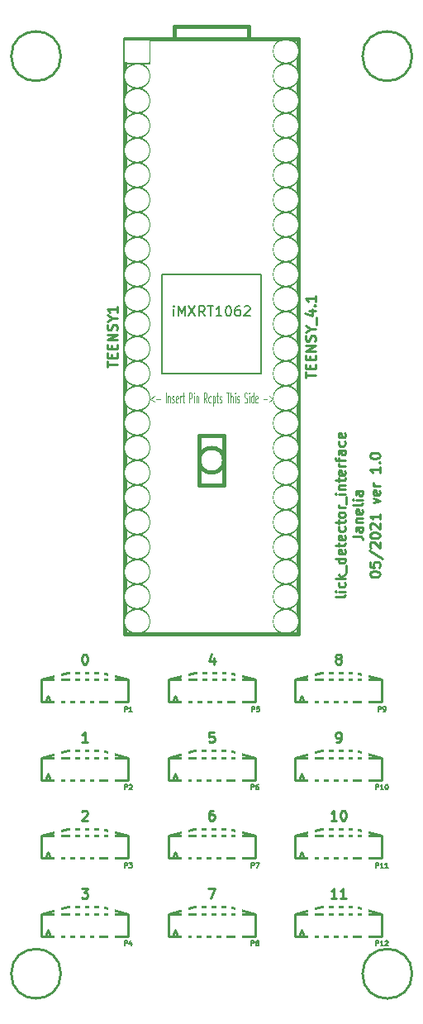
<source format=gto>
%TF.GenerationSoftware,KiCad,Pcbnew,5.1.10-88a1d61d58~88~ubuntu20.10.1*%
%TF.CreationDate,2021-05-14T12:57:49-04:00*%
%TF.ProjectId,lick_detector_interface,6c69636b-5f64-4657-9465-63746f725f69,1.0*%
%TF.SameCoordinates,Original*%
%TF.FileFunction,Legend,Top*%
%TF.FilePolarity,Positive*%
%FSLAX46Y46*%
G04 Gerber Fmt 4.6, Leading zero omitted, Abs format (unit mm)*
G04 Created by KiCad (PCBNEW 5.1.10-88a1d61d58~88~ubuntu20.10.1) date 2021-05-14 12:57:49*
%MOMM*%
%LPD*%
G01*
G04 APERTURE LIST*
%ADD10C,0.254000*%
%ADD11C,0.177800*%
%ADD12C,0.381000*%
%ADD13C,0.250000*%
%ADD14C,0.228600*%
%ADD15C,0.120650*%
%ADD16C,0.127000*%
%ADD17O,2.540000X2.184400*%
%ADD18R,2.540000X2.184400*%
%ADD19R,0.800000X1.500000*%
%ADD20R,0.600000X1.500000*%
%ADD21C,1.000000*%
%ADD22C,3.556000*%
G04 APERTURE END LIST*
D10*
X173681619Y-87224761D02*
X173633238Y-87321523D01*
X173536476Y-87369904D01*
X172665619Y-87369904D01*
X173681619Y-86837714D02*
X173004285Y-86837714D01*
X172665619Y-86837714D02*
X172714000Y-86886095D01*
X172762380Y-86837714D01*
X172714000Y-86789333D01*
X172665619Y-86837714D01*
X172762380Y-86837714D01*
X173633238Y-85918476D02*
X173681619Y-86015238D01*
X173681619Y-86208761D01*
X173633238Y-86305523D01*
X173584857Y-86353904D01*
X173488095Y-86402285D01*
X173197809Y-86402285D01*
X173101047Y-86353904D01*
X173052666Y-86305523D01*
X173004285Y-86208761D01*
X173004285Y-86015238D01*
X173052666Y-85918476D01*
X173681619Y-85483047D02*
X172665619Y-85483047D01*
X173294571Y-85386285D02*
X173681619Y-85096000D01*
X173004285Y-85096000D02*
X173391333Y-85483047D01*
X173778380Y-84902476D02*
X173778380Y-84128380D01*
X173681619Y-83451047D02*
X172665619Y-83451047D01*
X173633238Y-83451047D02*
X173681619Y-83547809D01*
X173681619Y-83741333D01*
X173633238Y-83838095D01*
X173584857Y-83886476D01*
X173488095Y-83934857D01*
X173197809Y-83934857D01*
X173101047Y-83886476D01*
X173052666Y-83838095D01*
X173004285Y-83741333D01*
X173004285Y-83547809D01*
X173052666Y-83451047D01*
X173633238Y-82580190D02*
X173681619Y-82676952D01*
X173681619Y-82870476D01*
X173633238Y-82967238D01*
X173536476Y-83015619D01*
X173149428Y-83015619D01*
X173052666Y-82967238D01*
X173004285Y-82870476D01*
X173004285Y-82676952D01*
X173052666Y-82580190D01*
X173149428Y-82531809D01*
X173246190Y-82531809D01*
X173342952Y-83015619D01*
X173004285Y-82241523D02*
X173004285Y-81854476D01*
X172665619Y-82096380D02*
X173536476Y-82096380D01*
X173633238Y-82048000D01*
X173681619Y-81951238D01*
X173681619Y-81854476D01*
X173633238Y-81128761D02*
X173681619Y-81225523D01*
X173681619Y-81419047D01*
X173633238Y-81515809D01*
X173536476Y-81564190D01*
X173149428Y-81564190D01*
X173052666Y-81515809D01*
X173004285Y-81419047D01*
X173004285Y-81225523D01*
X173052666Y-81128761D01*
X173149428Y-81080380D01*
X173246190Y-81080380D01*
X173342952Y-81564190D01*
X173633238Y-80209523D02*
X173681619Y-80306285D01*
X173681619Y-80499809D01*
X173633238Y-80596571D01*
X173584857Y-80644952D01*
X173488095Y-80693333D01*
X173197809Y-80693333D01*
X173101047Y-80644952D01*
X173052666Y-80596571D01*
X173004285Y-80499809D01*
X173004285Y-80306285D01*
X173052666Y-80209523D01*
X173004285Y-79919238D02*
X173004285Y-79532190D01*
X172665619Y-79774095D02*
X173536476Y-79774095D01*
X173633238Y-79725714D01*
X173681619Y-79628952D01*
X173681619Y-79532190D01*
X173681619Y-79048380D02*
X173633238Y-79145142D01*
X173584857Y-79193523D01*
X173488095Y-79241904D01*
X173197809Y-79241904D01*
X173101047Y-79193523D01*
X173052666Y-79145142D01*
X173004285Y-79048380D01*
X173004285Y-78903238D01*
X173052666Y-78806476D01*
X173101047Y-78758095D01*
X173197809Y-78709714D01*
X173488095Y-78709714D01*
X173584857Y-78758095D01*
X173633238Y-78806476D01*
X173681619Y-78903238D01*
X173681619Y-79048380D01*
X173681619Y-78274285D02*
X173004285Y-78274285D01*
X173197809Y-78274285D02*
X173101047Y-78225904D01*
X173052666Y-78177523D01*
X173004285Y-78080761D01*
X173004285Y-77984000D01*
X173778380Y-77887238D02*
X173778380Y-77113142D01*
X173681619Y-76871238D02*
X173004285Y-76871238D01*
X172665619Y-76871238D02*
X172714000Y-76919619D01*
X172762380Y-76871238D01*
X172714000Y-76822857D01*
X172665619Y-76871238D01*
X172762380Y-76871238D01*
X173004285Y-76387428D02*
X173681619Y-76387428D01*
X173101047Y-76387428D02*
X173052666Y-76339047D01*
X173004285Y-76242285D01*
X173004285Y-76097142D01*
X173052666Y-76000380D01*
X173149428Y-75952000D01*
X173681619Y-75952000D01*
X173004285Y-75613333D02*
X173004285Y-75226285D01*
X172665619Y-75468190D02*
X173536476Y-75468190D01*
X173633238Y-75419809D01*
X173681619Y-75323047D01*
X173681619Y-75226285D01*
X173633238Y-74500571D02*
X173681619Y-74597333D01*
X173681619Y-74790857D01*
X173633238Y-74887619D01*
X173536476Y-74936000D01*
X173149428Y-74936000D01*
X173052666Y-74887619D01*
X173004285Y-74790857D01*
X173004285Y-74597333D01*
X173052666Y-74500571D01*
X173149428Y-74452190D01*
X173246190Y-74452190D01*
X173342952Y-74936000D01*
X173681619Y-74016761D02*
X173004285Y-74016761D01*
X173197809Y-74016761D02*
X173101047Y-73968380D01*
X173052666Y-73920000D01*
X173004285Y-73823238D01*
X173004285Y-73726476D01*
X173004285Y-73532952D02*
X173004285Y-73145904D01*
X173681619Y-73387809D02*
X172810761Y-73387809D01*
X172714000Y-73339428D01*
X172665619Y-73242666D01*
X172665619Y-73145904D01*
X173681619Y-72371809D02*
X173149428Y-72371809D01*
X173052666Y-72420190D01*
X173004285Y-72516952D01*
X173004285Y-72710476D01*
X173052666Y-72807238D01*
X173633238Y-72371809D02*
X173681619Y-72468571D01*
X173681619Y-72710476D01*
X173633238Y-72807238D01*
X173536476Y-72855619D01*
X173439714Y-72855619D01*
X173342952Y-72807238D01*
X173294571Y-72710476D01*
X173294571Y-72468571D01*
X173246190Y-72371809D01*
X173633238Y-71452571D02*
X173681619Y-71549333D01*
X173681619Y-71742857D01*
X173633238Y-71839619D01*
X173584857Y-71888000D01*
X173488095Y-71936380D01*
X173197809Y-71936380D01*
X173101047Y-71888000D01*
X173052666Y-71839619D01*
X173004285Y-71742857D01*
X173004285Y-71549333D01*
X173052666Y-71452571D01*
X173633238Y-70630095D02*
X173681619Y-70726857D01*
X173681619Y-70920380D01*
X173633238Y-71017142D01*
X173536476Y-71065523D01*
X173149428Y-71065523D01*
X173052666Y-71017142D01*
X173004285Y-70920380D01*
X173004285Y-70726857D01*
X173052666Y-70630095D01*
X173149428Y-70581714D01*
X173246190Y-70581714D01*
X173342952Y-71065523D01*
X174443619Y-81177142D02*
X175169333Y-81177142D01*
X175314476Y-81225523D01*
X175411238Y-81322285D01*
X175459619Y-81467428D01*
X175459619Y-81564190D01*
X175459619Y-80257904D02*
X174927428Y-80257904D01*
X174830666Y-80306285D01*
X174782285Y-80403047D01*
X174782285Y-80596571D01*
X174830666Y-80693333D01*
X175411238Y-80257904D02*
X175459619Y-80354666D01*
X175459619Y-80596571D01*
X175411238Y-80693333D01*
X175314476Y-80741714D01*
X175217714Y-80741714D01*
X175120952Y-80693333D01*
X175072571Y-80596571D01*
X175072571Y-80354666D01*
X175024190Y-80257904D01*
X174782285Y-79774095D02*
X175459619Y-79774095D01*
X174879047Y-79774095D02*
X174830666Y-79725714D01*
X174782285Y-79628952D01*
X174782285Y-79483809D01*
X174830666Y-79387047D01*
X174927428Y-79338666D01*
X175459619Y-79338666D01*
X175411238Y-78467809D02*
X175459619Y-78564571D01*
X175459619Y-78758095D01*
X175411238Y-78854857D01*
X175314476Y-78903238D01*
X174927428Y-78903238D01*
X174830666Y-78854857D01*
X174782285Y-78758095D01*
X174782285Y-78564571D01*
X174830666Y-78467809D01*
X174927428Y-78419428D01*
X175024190Y-78419428D01*
X175120952Y-78903238D01*
X175459619Y-77838857D02*
X175411238Y-77935619D01*
X175314476Y-77984000D01*
X174443619Y-77984000D01*
X175459619Y-77451809D02*
X174782285Y-77451809D01*
X174443619Y-77451809D02*
X174492000Y-77500190D01*
X174540380Y-77451809D01*
X174492000Y-77403428D01*
X174443619Y-77451809D01*
X174540380Y-77451809D01*
X175459619Y-76532571D02*
X174927428Y-76532571D01*
X174830666Y-76580952D01*
X174782285Y-76677714D01*
X174782285Y-76871238D01*
X174830666Y-76968000D01*
X175411238Y-76532571D02*
X175459619Y-76629333D01*
X175459619Y-76871238D01*
X175411238Y-76968000D01*
X175314476Y-77016380D01*
X175217714Y-77016380D01*
X175120952Y-76968000D01*
X175072571Y-76871238D01*
X175072571Y-76629333D01*
X175024190Y-76532571D01*
X176221619Y-85120190D02*
X176221619Y-85023428D01*
X176270000Y-84926666D01*
X176318380Y-84878285D01*
X176415142Y-84829904D01*
X176608666Y-84781523D01*
X176850571Y-84781523D01*
X177044095Y-84829904D01*
X177140857Y-84878285D01*
X177189238Y-84926666D01*
X177237619Y-85023428D01*
X177237619Y-85120190D01*
X177189238Y-85216952D01*
X177140857Y-85265333D01*
X177044095Y-85313714D01*
X176850571Y-85362095D01*
X176608666Y-85362095D01*
X176415142Y-85313714D01*
X176318380Y-85265333D01*
X176270000Y-85216952D01*
X176221619Y-85120190D01*
X176221619Y-83862285D02*
X176221619Y-84346095D01*
X176705428Y-84394476D01*
X176657047Y-84346095D01*
X176608666Y-84249333D01*
X176608666Y-84007428D01*
X176657047Y-83910666D01*
X176705428Y-83862285D01*
X176802190Y-83813904D01*
X177044095Y-83813904D01*
X177140857Y-83862285D01*
X177189238Y-83910666D01*
X177237619Y-84007428D01*
X177237619Y-84249333D01*
X177189238Y-84346095D01*
X177140857Y-84394476D01*
X176173238Y-82652761D02*
X177479523Y-83523619D01*
X176318380Y-82362476D02*
X176270000Y-82314095D01*
X176221619Y-82217333D01*
X176221619Y-81975428D01*
X176270000Y-81878666D01*
X176318380Y-81830285D01*
X176415142Y-81781904D01*
X176511904Y-81781904D01*
X176657047Y-81830285D01*
X177237619Y-82410857D01*
X177237619Y-81781904D01*
X176221619Y-81152952D02*
X176221619Y-81056190D01*
X176270000Y-80959428D01*
X176318380Y-80911047D01*
X176415142Y-80862666D01*
X176608666Y-80814285D01*
X176850571Y-80814285D01*
X177044095Y-80862666D01*
X177140857Y-80911047D01*
X177189238Y-80959428D01*
X177237619Y-81056190D01*
X177237619Y-81152952D01*
X177189238Y-81249714D01*
X177140857Y-81298095D01*
X177044095Y-81346476D01*
X176850571Y-81394857D01*
X176608666Y-81394857D01*
X176415142Y-81346476D01*
X176318380Y-81298095D01*
X176270000Y-81249714D01*
X176221619Y-81152952D01*
X176318380Y-80427238D02*
X176270000Y-80378857D01*
X176221619Y-80282095D01*
X176221619Y-80040190D01*
X176270000Y-79943428D01*
X176318380Y-79895047D01*
X176415142Y-79846666D01*
X176511904Y-79846666D01*
X176657047Y-79895047D01*
X177237619Y-80475619D01*
X177237619Y-79846666D01*
X177237619Y-78879047D02*
X177237619Y-79459619D01*
X177237619Y-79169333D02*
X176221619Y-79169333D01*
X176366761Y-79266095D01*
X176463523Y-79362857D01*
X176511904Y-79459619D01*
X176560285Y-77766285D02*
X177237619Y-77524380D01*
X176560285Y-77282476D01*
X177189238Y-76508380D02*
X177237619Y-76605142D01*
X177237619Y-76798666D01*
X177189238Y-76895428D01*
X177092476Y-76943809D01*
X176705428Y-76943809D01*
X176608666Y-76895428D01*
X176560285Y-76798666D01*
X176560285Y-76605142D01*
X176608666Y-76508380D01*
X176705428Y-76460000D01*
X176802190Y-76460000D01*
X176898952Y-76943809D01*
X177237619Y-76024571D02*
X176560285Y-76024571D01*
X176753809Y-76024571D02*
X176657047Y-75976190D01*
X176608666Y-75927809D01*
X176560285Y-75831047D01*
X176560285Y-75734285D01*
X177237619Y-74089333D02*
X177237619Y-74669904D01*
X177237619Y-74379619D02*
X176221619Y-74379619D01*
X176366761Y-74476380D01*
X176463523Y-74573142D01*
X176511904Y-74669904D01*
X177140857Y-73653904D02*
X177189238Y-73605523D01*
X177237619Y-73653904D01*
X177189238Y-73702285D01*
X177140857Y-73653904D01*
X177237619Y-73653904D01*
X176221619Y-72976571D02*
X176221619Y-72879809D01*
X176270000Y-72783047D01*
X176318380Y-72734666D01*
X176415142Y-72686285D01*
X176608666Y-72637904D01*
X176850571Y-72637904D01*
X177044095Y-72686285D01*
X177140857Y-72734666D01*
X177189238Y-72783047D01*
X177237619Y-72879809D01*
X177237619Y-72976571D01*
X177189238Y-73073333D01*
X177140857Y-73121714D01*
X177044095Y-73170095D01*
X176850571Y-73218476D01*
X176608666Y-73218476D01*
X176415142Y-73170095D01*
X176318380Y-73121714D01*
X176270000Y-73073333D01*
X176221619Y-72976571D01*
D11*
%TO.C,TEENSY1*%
X168890000Y-67050000D02*
G75*
G03*
X168890000Y-67050000I-1270000J0D01*
G01*
X168890000Y-72130000D02*
G75*
G03*
X168890000Y-72130000I-1270000J0D01*
G01*
X168890000Y-82290000D02*
G75*
G03*
X168890000Y-82290000I-1270000J0D01*
G01*
X168890000Y-84830000D02*
G75*
G03*
X168890000Y-84830000I-1270000J0D01*
G01*
X168890000Y-74670000D02*
G75*
G03*
X168890000Y-74670000I-1270000J0D01*
G01*
X168890000Y-69590000D02*
G75*
G03*
X168890000Y-69590000I-1270000J0D01*
G01*
X168890000Y-89910000D02*
G75*
G03*
X168890000Y-89910000I-1270000J0D01*
G01*
X168890000Y-77210000D02*
G75*
G03*
X168890000Y-77210000I-1270000J0D01*
G01*
X168890000Y-79750000D02*
G75*
G03*
X168890000Y-79750000I-1270000J0D01*
G01*
X168890000Y-87370000D02*
G75*
G03*
X168890000Y-87370000I-1270000J0D01*
G01*
X153650000Y-82290000D02*
G75*
G03*
X153650000Y-82290000I-1270000J0D01*
G01*
X153650000Y-79750000D02*
G75*
G03*
X153650000Y-79750000I-1270000J0D01*
G01*
X153650000Y-77210000D02*
G75*
G03*
X153650000Y-77210000I-1270000J0D01*
G01*
X153650000Y-89910000D02*
G75*
G03*
X153650000Y-89910000I-1270000J0D01*
G01*
X153650000Y-87370000D02*
G75*
G03*
X153650000Y-87370000I-1270000J0D01*
G01*
X153650000Y-84830000D02*
G75*
G03*
X153650000Y-84830000I-1270000J0D01*
G01*
X153650000Y-74670000D02*
G75*
G03*
X153650000Y-74670000I-1270000J0D01*
G01*
X153650000Y-72130000D02*
G75*
G03*
X153650000Y-72130000I-1270000J0D01*
G01*
X153650000Y-67050000D02*
G75*
G03*
X153650000Y-67050000I-1270000J0D01*
G01*
X153650000Y-69590000D02*
G75*
G03*
X153650000Y-69590000I-1270000J0D01*
G01*
X165080000Y-54350000D02*
X154920000Y-54350000D01*
X165080000Y-64510000D02*
X165080000Y-54350000D01*
X154920000Y-64510000D02*
X165080000Y-64510000D01*
X154920000Y-54350000D02*
X154920000Y-64510000D01*
X153650000Y-32760000D02*
X153650000Y-30220000D01*
X151110000Y-32760000D02*
X153650000Y-32760000D01*
X168890000Y-64510000D02*
G75*
G03*
X168890000Y-64510000I-1270000J0D01*
G01*
X168890000Y-61970000D02*
G75*
G03*
X168890000Y-61970000I-1270000J0D01*
G01*
X168890000Y-59430000D02*
G75*
G03*
X168890000Y-59430000I-1270000J0D01*
G01*
X168890000Y-56890000D02*
G75*
G03*
X168890000Y-56890000I-1270000J0D01*
G01*
X168890000Y-54350000D02*
G75*
G03*
X168890000Y-54350000I-1270000J0D01*
G01*
X168890000Y-51810000D02*
G75*
G03*
X168890000Y-51810000I-1270000J0D01*
G01*
X168890000Y-49270000D02*
G75*
G03*
X168890000Y-49270000I-1270000J0D01*
G01*
X168890000Y-46730000D02*
G75*
G03*
X168890000Y-46730000I-1270000J0D01*
G01*
X168890000Y-44190000D02*
G75*
G03*
X168890000Y-44190000I-1270000J0D01*
G01*
X168890000Y-41650000D02*
G75*
G03*
X168890000Y-41650000I-1270000J0D01*
G01*
X168890000Y-39110000D02*
G75*
G03*
X168890000Y-39110000I-1270000J0D01*
G01*
X168890000Y-36570000D02*
G75*
G03*
X168890000Y-36570000I-1270000J0D01*
G01*
X168890000Y-34030000D02*
G75*
G03*
X168890000Y-34030000I-1270000J0D01*
G01*
X168890000Y-31490000D02*
G75*
G03*
X168890000Y-31490000I-1270000J0D01*
G01*
X153650000Y-64510000D02*
G75*
G03*
X153650000Y-64510000I-1270000J0D01*
G01*
X153650000Y-61970000D02*
G75*
G03*
X153650000Y-61970000I-1270000J0D01*
G01*
X153650000Y-59430000D02*
G75*
G03*
X153650000Y-59430000I-1270000J0D01*
G01*
X153650000Y-56890000D02*
G75*
G03*
X153650000Y-56890000I-1270000J0D01*
G01*
X153650000Y-54350000D02*
G75*
G03*
X153650000Y-54350000I-1270000J0D01*
G01*
X153650000Y-51810000D02*
G75*
G03*
X153650000Y-51810000I-1270000J0D01*
G01*
X153650000Y-49270000D02*
G75*
G03*
X153650000Y-49270000I-1270000J0D01*
G01*
X153650000Y-46730000D02*
G75*
G03*
X153650000Y-46730000I-1270000J0D01*
G01*
X153650000Y-44190000D02*
G75*
G03*
X153650000Y-44190000I-1270000J0D01*
G01*
X153650000Y-41650000D02*
G75*
G03*
X153650000Y-41650000I-1270000J0D01*
G01*
X153650000Y-39110000D02*
G75*
G03*
X153650000Y-39110000I-1270000J0D01*
G01*
X153650000Y-36570000D02*
G75*
G03*
X153650000Y-36570000I-1270000J0D01*
G01*
X153650000Y-34030000D02*
G75*
G03*
X153650000Y-34030000I-1270000J0D01*
G01*
D12*
X161270000Y-73400000D02*
G75*
G03*
X161270000Y-73400000I-1270000J0D01*
G01*
X161270000Y-75940000D02*
X161270000Y-70860000D01*
X161270000Y-70860000D02*
X158730000Y-70860000D01*
X158730000Y-70860000D02*
X158730000Y-75940000D01*
X158730000Y-75940000D02*
X161270000Y-75940000D01*
X156190000Y-30220000D02*
X156190000Y-28950000D01*
X156190000Y-28950000D02*
X163810000Y-28950000D01*
X163810000Y-28950000D02*
X163810000Y-30220000D01*
X151110000Y-30220000D02*
X151110000Y-91180000D01*
X151110000Y-91180000D02*
X168890000Y-91180000D01*
X168890000Y-91180000D02*
X168890000Y-30220000D01*
X168890000Y-30220000D02*
X151110000Y-30220000D01*
D13*
%TO.C,P1*%
X143250000Y-97500000D02*
X143500000Y-98150000D01*
X143250000Y-97500000D02*
X143000000Y-98150000D01*
X148750000Y-95150000D02*
X151450000Y-95850000D01*
X142550000Y-95850000D02*
X145250000Y-95150000D01*
X145250000Y-95150000D02*
X148750000Y-95150000D01*
X142550000Y-95850000D02*
X142550000Y-98150000D01*
X151450000Y-95850000D02*
X151450000Y-98150000D01*
X142550000Y-98150000D02*
X151450000Y-98150000D01*
X142550000Y-95850000D02*
X151450000Y-95850000D01*
%TO.C,P2*%
X143250000Y-105500000D02*
X143500000Y-106150000D01*
X143250000Y-105500000D02*
X143000000Y-106150000D01*
X148750000Y-103150000D02*
X151450000Y-103850000D01*
X142550000Y-103850000D02*
X145250000Y-103150000D01*
X145250000Y-103150000D02*
X148750000Y-103150000D01*
X142550000Y-103850000D02*
X142550000Y-106150000D01*
X151450000Y-103850000D02*
X151450000Y-106150000D01*
X142550000Y-106150000D02*
X151450000Y-106150000D01*
X142550000Y-103850000D02*
X151450000Y-103850000D01*
%TO.C,P3*%
X143250000Y-113500000D02*
X143500000Y-114150000D01*
X143250000Y-113500000D02*
X143000000Y-114150000D01*
X148750000Y-111150000D02*
X151450000Y-111850000D01*
X142550000Y-111850000D02*
X145250000Y-111150000D01*
X145250000Y-111150000D02*
X148750000Y-111150000D01*
X142550000Y-111850000D02*
X142550000Y-114150000D01*
X151450000Y-111850000D02*
X151450000Y-114150000D01*
X142550000Y-114150000D02*
X151450000Y-114150000D01*
X142550000Y-111850000D02*
X151450000Y-111850000D01*
%TO.C,P4*%
X143250000Y-121500000D02*
X143500000Y-122150000D01*
X143250000Y-121500000D02*
X143000000Y-122150000D01*
X148750000Y-119150000D02*
X151450000Y-119850000D01*
X142550000Y-119850000D02*
X145250000Y-119150000D01*
X145250000Y-119150000D02*
X148750000Y-119150000D01*
X142550000Y-119850000D02*
X142550000Y-122150000D01*
X151450000Y-119850000D02*
X151450000Y-122150000D01*
X142550000Y-122150000D02*
X151450000Y-122150000D01*
X142550000Y-119850000D02*
X151450000Y-119850000D01*
%TO.C,P5*%
X156300000Y-97500000D02*
X156550000Y-98150000D01*
X156300000Y-97500000D02*
X156050000Y-98150000D01*
X161800000Y-95150000D02*
X164500000Y-95850000D01*
X155600000Y-95850000D02*
X158300000Y-95150000D01*
X158300000Y-95150000D02*
X161800000Y-95150000D01*
X155600000Y-95850000D02*
X155600000Y-98150000D01*
X164500000Y-95850000D02*
X164500000Y-98150000D01*
X155600000Y-98150000D02*
X164500000Y-98150000D01*
X155600000Y-95850000D02*
X164500000Y-95850000D01*
%TO.C,P6*%
X156250000Y-105500000D02*
X156500000Y-106150000D01*
X156250000Y-105500000D02*
X156000000Y-106150000D01*
X161750000Y-103150000D02*
X164450000Y-103850000D01*
X155550000Y-103850000D02*
X158250000Y-103150000D01*
X158250000Y-103150000D02*
X161750000Y-103150000D01*
X155550000Y-103850000D02*
X155550000Y-106150000D01*
X164450000Y-103850000D02*
X164450000Y-106150000D01*
X155550000Y-106150000D02*
X164450000Y-106150000D01*
X155550000Y-103850000D02*
X164450000Y-103850000D01*
%TO.C,P7*%
X156250000Y-113500000D02*
X156500000Y-114150000D01*
X156250000Y-113500000D02*
X156000000Y-114150000D01*
X161750000Y-111150000D02*
X164450000Y-111850000D01*
X155550000Y-111850000D02*
X158250000Y-111150000D01*
X158250000Y-111150000D02*
X161750000Y-111150000D01*
X155550000Y-111850000D02*
X155550000Y-114150000D01*
X164450000Y-111850000D02*
X164450000Y-114150000D01*
X155550000Y-114150000D02*
X164450000Y-114150000D01*
X155550000Y-111850000D02*
X164450000Y-111850000D01*
%TO.C,P8*%
X156250000Y-121500000D02*
X156500000Y-122150000D01*
X156250000Y-121500000D02*
X156000000Y-122150000D01*
X161750000Y-119150000D02*
X164450000Y-119850000D01*
X155550000Y-119850000D02*
X158250000Y-119150000D01*
X158250000Y-119150000D02*
X161750000Y-119150000D01*
X155550000Y-119850000D02*
X155550000Y-122150000D01*
X164450000Y-119850000D02*
X164450000Y-122150000D01*
X155550000Y-122150000D02*
X164450000Y-122150000D01*
X155550000Y-119850000D02*
X164450000Y-119850000D01*
%TO.C,P9*%
X169250000Y-97500000D02*
X169500000Y-98150000D01*
X169250000Y-97500000D02*
X169000000Y-98150000D01*
X174750000Y-95150000D02*
X177450000Y-95850000D01*
X168550000Y-95850000D02*
X171250000Y-95150000D01*
X171250000Y-95150000D02*
X174750000Y-95150000D01*
X168550000Y-95850000D02*
X168550000Y-98150000D01*
X177450000Y-95850000D02*
X177450000Y-98150000D01*
X168550000Y-98150000D02*
X177450000Y-98150000D01*
X168550000Y-95850000D02*
X177450000Y-95850000D01*
%TO.C,P10*%
X169250000Y-105500000D02*
X169500000Y-106150000D01*
X169250000Y-105500000D02*
X169000000Y-106150000D01*
X174750000Y-103150000D02*
X177450000Y-103850000D01*
X168550000Y-103850000D02*
X171250000Y-103150000D01*
X171250000Y-103150000D02*
X174750000Y-103150000D01*
X168550000Y-103850000D02*
X168550000Y-106150000D01*
X177450000Y-103850000D02*
X177450000Y-106150000D01*
X168550000Y-106150000D02*
X177450000Y-106150000D01*
X168550000Y-103850000D02*
X177450000Y-103850000D01*
%TO.C,P11*%
X169250000Y-113500000D02*
X169500000Y-114150000D01*
X169250000Y-113500000D02*
X169000000Y-114150000D01*
X174750000Y-111150000D02*
X177450000Y-111850000D01*
X168550000Y-111850000D02*
X171250000Y-111150000D01*
X171250000Y-111150000D02*
X174750000Y-111150000D01*
X168550000Y-111850000D02*
X168550000Y-114150000D01*
X177450000Y-111850000D02*
X177450000Y-114150000D01*
X168550000Y-114150000D02*
X177450000Y-114150000D01*
X168550000Y-111850000D02*
X177450000Y-111850000D01*
%TO.C,P12*%
X169250000Y-121500000D02*
X169500000Y-122150000D01*
X169250000Y-121500000D02*
X169000000Y-122150000D01*
X174750000Y-119150000D02*
X177450000Y-119850000D01*
X168550000Y-119850000D02*
X171250000Y-119150000D01*
X171250000Y-119150000D02*
X174750000Y-119150000D01*
X168550000Y-119850000D02*
X168550000Y-122150000D01*
X177450000Y-119850000D02*
X177450000Y-122150000D01*
X168550000Y-122150000D02*
X177450000Y-122150000D01*
X168550000Y-119850000D02*
X177450000Y-119850000D01*
D14*
%TO.C,MH1*%
X144540000Y-32000000D02*
G75*
G03*
X144540000Y-32000000I-2540000J0D01*
G01*
%TO.C,MH2*%
X180540000Y-32000000D02*
G75*
G03*
X180540000Y-32000000I-2540000J0D01*
G01*
%TO.C,MH3*%
X180540000Y-126000000D02*
G75*
G03*
X180540000Y-126000000I-2540000J0D01*
G01*
%TO.C,MH4*%
X144540000Y-126000000D02*
G75*
G03*
X144540000Y-126000000I-2540000J0D01*
G01*
%TO.C,TEENSY1*%
D10*
X149283619Y-63844761D02*
X149283619Y-63264190D01*
X150299619Y-63554476D02*
X149283619Y-63554476D01*
X149767428Y-62925523D02*
X149767428Y-62586857D01*
X150299619Y-62441714D02*
X150299619Y-62925523D01*
X149283619Y-62925523D01*
X149283619Y-62441714D01*
X149767428Y-62006285D02*
X149767428Y-61667619D01*
X150299619Y-61522476D02*
X150299619Y-62006285D01*
X149283619Y-62006285D01*
X149283619Y-61522476D01*
X150299619Y-61087047D02*
X149283619Y-61087047D01*
X150299619Y-60506476D01*
X149283619Y-60506476D01*
X150251238Y-60071047D02*
X150299619Y-59925904D01*
X150299619Y-59684000D01*
X150251238Y-59587238D01*
X150202857Y-59538857D01*
X150106095Y-59490476D01*
X150009333Y-59490476D01*
X149912571Y-59538857D01*
X149864190Y-59587238D01*
X149815809Y-59684000D01*
X149767428Y-59877523D01*
X149719047Y-59974285D01*
X149670666Y-60022666D01*
X149573904Y-60071047D01*
X149477142Y-60071047D01*
X149380380Y-60022666D01*
X149332000Y-59974285D01*
X149283619Y-59877523D01*
X149283619Y-59635619D01*
X149332000Y-59490476D01*
X149815809Y-58861523D02*
X150299619Y-58861523D01*
X149283619Y-59200190D02*
X149815809Y-58861523D01*
X149283619Y-58522857D01*
X150299619Y-57652000D02*
X150299619Y-58232571D01*
X150299619Y-57942285D02*
X149283619Y-57942285D01*
X149428761Y-58039047D01*
X149525523Y-58135809D01*
X149573904Y-58232571D01*
X169603619Y-64957523D02*
X169603619Y-64376952D01*
X170619619Y-64667238D02*
X169603619Y-64667238D01*
X170087428Y-64038285D02*
X170087428Y-63699619D01*
X170619619Y-63554476D02*
X170619619Y-64038285D01*
X169603619Y-64038285D01*
X169603619Y-63554476D01*
X170087428Y-63119047D02*
X170087428Y-62780380D01*
X170619619Y-62635238D02*
X170619619Y-63119047D01*
X169603619Y-63119047D01*
X169603619Y-62635238D01*
X170619619Y-62199809D02*
X169603619Y-62199809D01*
X170619619Y-61619238D01*
X169603619Y-61619238D01*
X170571238Y-61183809D02*
X170619619Y-61038666D01*
X170619619Y-60796761D01*
X170571238Y-60700000D01*
X170522857Y-60651619D01*
X170426095Y-60603238D01*
X170329333Y-60603238D01*
X170232571Y-60651619D01*
X170184190Y-60700000D01*
X170135809Y-60796761D01*
X170087428Y-60990285D01*
X170039047Y-61087047D01*
X169990666Y-61135428D01*
X169893904Y-61183809D01*
X169797142Y-61183809D01*
X169700380Y-61135428D01*
X169652000Y-61087047D01*
X169603619Y-60990285D01*
X169603619Y-60748380D01*
X169652000Y-60603238D01*
X170135809Y-59974285D02*
X170619619Y-59974285D01*
X169603619Y-60312952D02*
X170135809Y-59974285D01*
X169603619Y-59635619D01*
X170716380Y-59538857D02*
X170716380Y-58764761D01*
X169942285Y-58087428D02*
X170619619Y-58087428D01*
X169555238Y-58329333D02*
X170280952Y-58571238D01*
X170280952Y-57942285D01*
X170522857Y-57555238D02*
X170571238Y-57506857D01*
X170619619Y-57555238D01*
X170571238Y-57603619D01*
X170522857Y-57555238D01*
X170619619Y-57555238D01*
X170619619Y-56539238D02*
X170619619Y-57119809D01*
X170619619Y-56829523D02*
X169603619Y-56829523D01*
X169748761Y-56926285D01*
X169845523Y-57023047D01*
X169893904Y-57119809D01*
D15*
X154105385Y-66832285D02*
X153737690Y-67122571D01*
X154105385Y-67412857D01*
X154335195Y-67122571D02*
X154702890Y-67122571D01*
X155300395Y-67509619D02*
X155300395Y-66493619D01*
X155530204Y-66832285D02*
X155530204Y-67509619D01*
X155530204Y-66929047D02*
X155553185Y-66880666D01*
X155599147Y-66832285D01*
X155668090Y-66832285D01*
X155714052Y-66880666D01*
X155737033Y-66977428D01*
X155737033Y-67509619D01*
X155943861Y-67461238D02*
X155989823Y-67509619D01*
X156081747Y-67509619D01*
X156127709Y-67461238D01*
X156150690Y-67364476D01*
X156150690Y-67316095D01*
X156127709Y-67219333D01*
X156081747Y-67170952D01*
X156012804Y-67170952D01*
X155966842Y-67122571D01*
X155943861Y-67025809D01*
X155943861Y-66977428D01*
X155966842Y-66880666D01*
X156012804Y-66832285D01*
X156081747Y-66832285D01*
X156127709Y-66880666D01*
X156541366Y-67461238D02*
X156495404Y-67509619D01*
X156403480Y-67509619D01*
X156357519Y-67461238D01*
X156334538Y-67364476D01*
X156334538Y-66977428D01*
X156357519Y-66880666D01*
X156403480Y-66832285D01*
X156495404Y-66832285D01*
X156541366Y-66880666D01*
X156564347Y-66977428D01*
X156564347Y-67074190D01*
X156334538Y-67170952D01*
X156771176Y-67509619D02*
X156771176Y-66832285D01*
X156771176Y-67025809D02*
X156794157Y-66929047D01*
X156817138Y-66880666D01*
X156863100Y-66832285D01*
X156909061Y-66832285D01*
X157000985Y-66832285D02*
X157184833Y-66832285D01*
X157069928Y-66493619D02*
X157069928Y-67364476D01*
X157092909Y-67461238D01*
X157138871Y-67509619D01*
X157184833Y-67509619D01*
X157713395Y-67509619D02*
X157713395Y-66493619D01*
X157897242Y-66493619D01*
X157943204Y-66542000D01*
X157966185Y-66590380D01*
X157989166Y-66687142D01*
X157989166Y-66832285D01*
X157966185Y-66929047D01*
X157943204Y-66977428D01*
X157897242Y-67025809D01*
X157713395Y-67025809D01*
X158195995Y-67509619D02*
X158195995Y-66832285D01*
X158195995Y-66493619D02*
X158173014Y-66542000D01*
X158195995Y-66590380D01*
X158218976Y-66542000D01*
X158195995Y-66493619D01*
X158195995Y-66590380D01*
X158425804Y-66832285D02*
X158425804Y-67509619D01*
X158425804Y-66929047D02*
X158448785Y-66880666D01*
X158494747Y-66832285D01*
X158563690Y-66832285D01*
X158609652Y-66880666D01*
X158632633Y-66977428D01*
X158632633Y-67509619D01*
X159505909Y-67509619D02*
X159345042Y-67025809D01*
X159230138Y-67509619D02*
X159230138Y-66493619D01*
X159413985Y-66493619D01*
X159459947Y-66542000D01*
X159482928Y-66590380D01*
X159505909Y-66687142D01*
X159505909Y-66832285D01*
X159482928Y-66929047D01*
X159459947Y-66977428D01*
X159413985Y-67025809D01*
X159230138Y-67025809D01*
X159919566Y-67461238D02*
X159873604Y-67509619D01*
X159781680Y-67509619D01*
X159735719Y-67461238D01*
X159712738Y-67412857D01*
X159689757Y-67316095D01*
X159689757Y-67025809D01*
X159712738Y-66929047D01*
X159735719Y-66880666D01*
X159781680Y-66832285D01*
X159873604Y-66832285D01*
X159919566Y-66880666D01*
X160126395Y-66832285D02*
X160126395Y-67848285D01*
X160126395Y-66880666D02*
X160172357Y-66832285D01*
X160264280Y-66832285D01*
X160310242Y-66880666D01*
X160333223Y-66929047D01*
X160356204Y-67025809D01*
X160356204Y-67316095D01*
X160333223Y-67412857D01*
X160310242Y-67461238D01*
X160264280Y-67509619D01*
X160172357Y-67509619D01*
X160126395Y-67461238D01*
X160494090Y-66832285D02*
X160677938Y-66832285D01*
X160563033Y-66493619D02*
X160563033Y-67364476D01*
X160586014Y-67461238D01*
X160631976Y-67509619D01*
X160677938Y-67509619D01*
X160815823Y-67461238D02*
X160861785Y-67509619D01*
X160953709Y-67509619D01*
X160999671Y-67461238D01*
X161022652Y-67364476D01*
X161022652Y-67316095D01*
X160999671Y-67219333D01*
X160953709Y-67170952D01*
X160884766Y-67170952D01*
X160838804Y-67122571D01*
X160815823Y-67025809D01*
X160815823Y-66977428D01*
X160838804Y-66880666D01*
X160884766Y-66832285D01*
X160953709Y-66832285D01*
X160999671Y-66880666D01*
X161528233Y-66493619D02*
X161804004Y-66493619D01*
X161666119Y-67509619D02*
X161666119Y-66493619D01*
X161964871Y-67509619D02*
X161964871Y-66493619D01*
X162171700Y-67509619D02*
X162171700Y-66977428D01*
X162148719Y-66880666D01*
X162102757Y-66832285D01*
X162033814Y-66832285D01*
X161987852Y-66880666D01*
X161964871Y-66929047D01*
X162401509Y-67509619D02*
X162401509Y-66832285D01*
X162401509Y-66493619D02*
X162378528Y-66542000D01*
X162401509Y-66590380D01*
X162424490Y-66542000D01*
X162401509Y-66493619D01*
X162401509Y-66590380D01*
X162608338Y-67461238D02*
X162654300Y-67509619D01*
X162746223Y-67509619D01*
X162792185Y-67461238D01*
X162815166Y-67364476D01*
X162815166Y-67316095D01*
X162792185Y-67219333D01*
X162746223Y-67170952D01*
X162677280Y-67170952D01*
X162631319Y-67122571D01*
X162608338Y-67025809D01*
X162608338Y-66977428D01*
X162631319Y-66880666D01*
X162677280Y-66832285D01*
X162746223Y-66832285D01*
X162792185Y-66880666D01*
X163366709Y-67461238D02*
X163435652Y-67509619D01*
X163550557Y-67509619D01*
X163596519Y-67461238D01*
X163619500Y-67412857D01*
X163642480Y-67316095D01*
X163642480Y-67219333D01*
X163619500Y-67122571D01*
X163596519Y-67074190D01*
X163550557Y-67025809D01*
X163458633Y-66977428D01*
X163412671Y-66929047D01*
X163389690Y-66880666D01*
X163366709Y-66783904D01*
X163366709Y-66687142D01*
X163389690Y-66590380D01*
X163412671Y-66542000D01*
X163458633Y-66493619D01*
X163573538Y-66493619D01*
X163642480Y-66542000D01*
X163849309Y-67509619D02*
X163849309Y-66832285D01*
X163849309Y-66493619D02*
X163826328Y-66542000D01*
X163849309Y-66590380D01*
X163872290Y-66542000D01*
X163849309Y-66493619D01*
X163849309Y-66590380D01*
X164285947Y-67509619D02*
X164285947Y-66493619D01*
X164285947Y-67461238D02*
X164239985Y-67509619D01*
X164148061Y-67509619D01*
X164102100Y-67461238D01*
X164079119Y-67412857D01*
X164056138Y-67316095D01*
X164056138Y-67025809D01*
X164079119Y-66929047D01*
X164102100Y-66880666D01*
X164148061Y-66832285D01*
X164239985Y-66832285D01*
X164285947Y-66880666D01*
X164699604Y-67461238D02*
X164653642Y-67509619D01*
X164561719Y-67509619D01*
X164515757Y-67461238D01*
X164492776Y-67364476D01*
X164492776Y-66977428D01*
X164515757Y-66880666D01*
X164561719Y-66832285D01*
X164653642Y-66832285D01*
X164699604Y-66880666D01*
X164722585Y-66977428D01*
X164722585Y-67074190D01*
X164492776Y-67170952D01*
X165297109Y-67122571D02*
X165664804Y-67122571D01*
X165894614Y-66832285D02*
X166262309Y-67122571D01*
X165894614Y-67412857D01*
D11*
X156105333Y-58619619D02*
X156105333Y-57942285D01*
X156105333Y-57603619D02*
X156056952Y-57652000D01*
X156105333Y-57700380D01*
X156153714Y-57652000D01*
X156105333Y-57603619D01*
X156105333Y-57700380D01*
X156589142Y-58619619D02*
X156589142Y-57603619D01*
X156927809Y-58329333D01*
X157266476Y-57603619D01*
X157266476Y-58619619D01*
X157653523Y-57603619D02*
X158330857Y-58619619D01*
X158330857Y-57603619D02*
X157653523Y-58619619D01*
X159298476Y-58619619D02*
X158959809Y-58135809D01*
X158717904Y-58619619D02*
X158717904Y-57603619D01*
X159104952Y-57603619D01*
X159201714Y-57652000D01*
X159250095Y-57700380D01*
X159298476Y-57797142D01*
X159298476Y-57942285D01*
X159250095Y-58039047D01*
X159201714Y-58087428D01*
X159104952Y-58135809D01*
X158717904Y-58135809D01*
X159588761Y-57603619D02*
X160169333Y-57603619D01*
X159879047Y-58619619D02*
X159879047Y-57603619D01*
X161040190Y-58619619D02*
X160459619Y-58619619D01*
X160749904Y-58619619D02*
X160749904Y-57603619D01*
X160653142Y-57748761D01*
X160556380Y-57845523D01*
X160459619Y-57893904D01*
X161669142Y-57603619D02*
X161765904Y-57603619D01*
X161862666Y-57652000D01*
X161911047Y-57700380D01*
X161959428Y-57797142D01*
X162007809Y-57990666D01*
X162007809Y-58232571D01*
X161959428Y-58426095D01*
X161911047Y-58522857D01*
X161862666Y-58571238D01*
X161765904Y-58619619D01*
X161669142Y-58619619D01*
X161572380Y-58571238D01*
X161524000Y-58522857D01*
X161475619Y-58426095D01*
X161427238Y-58232571D01*
X161427238Y-57990666D01*
X161475619Y-57797142D01*
X161524000Y-57700380D01*
X161572380Y-57652000D01*
X161669142Y-57603619D01*
X162878666Y-57603619D02*
X162685142Y-57603619D01*
X162588380Y-57652000D01*
X162540000Y-57700380D01*
X162443238Y-57845523D01*
X162394857Y-58039047D01*
X162394857Y-58426095D01*
X162443238Y-58522857D01*
X162491619Y-58571238D01*
X162588380Y-58619619D01*
X162781904Y-58619619D01*
X162878666Y-58571238D01*
X162927047Y-58522857D01*
X162975428Y-58426095D01*
X162975428Y-58184190D01*
X162927047Y-58087428D01*
X162878666Y-58039047D01*
X162781904Y-57990666D01*
X162588380Y-57990666D01*
X162491619Y-58039047D01*
X162443238Y-58087428D01*
X162394857Y-58184190D01*
X163362476Y-57700380D02*
X163410857Y-57652000D01*
X163507619Y-57603619D01*
X163749523Y-57603619D01*
X163846285Y-57652000D01*
X163894666Y-57700380D01*
X163943047Y-57797142D01*
X163943047Y-57893904D01*
X163894666Y-58039047D01*
X163314095Y-58619619D01*
X163943047Y-58619619D01*
%TO.C,P1*%
D16*
X151070047Y-99134809D02*
X151070047Y-98626809D01*
X151263571Y-98626809D01*
X151311952Y-98651000D01*
X151336142Y-98675190D01*
X151360333Y-98723571D01*
X151360333Y-98796142D01*
X151336142Y-98844523D01*
X151311952Y-98868714D01*
X151263571Y-98892904D01*
X151070047Y-98892904D01*
X151844142Y-99134809D02*
X151553857Y-99134809D01*
X151699000Y-99134809D02*
X151699000Y-98626809D01*
X151650619Y-98699380D01*
X151602238Y-98747761D01*
X151553857Y-98771952D01*
D10*
X146951619Y-93268619D02*
X147048380Y-93268619D01*
X147145142Y-93317000D01*
X147193523Y-93365380D01*
X147241904Y-93462142D01*
X147290285Y-93655666D01*
X147290285Y-93897571D01*
X147241904Y-94091095D01*
X147193523Y-94187857D01*
X147145142Y-94236238D01*
X147048380Y-94284619D01*
X146951619Y-94284619D01*
X146854857Y-94236238D01*
X146806476Y-94187857D01*
X146758095Y-94091095D01*
X146709714Y-93897571D01*
X146709714Y-93655666D01*
X146758095Y-93462142D01*
X146806476Y-93365380D01*
X146854857Y-93317000D01*
X146951619Y-93268619D01*
%TO.C,P2*%
D16*
X151070047Y-107134809D02*
X151070047Y-106626809D01*
X151263571Y-106626809D01*
X151311952Y-106651000D01*
X151336142Y-106675190D01*
X151360333Y-106723571D01*
X151360333Y-106796142D01*
X151336142Y-106844523D01*
X151311952Y-106868714D01*
X151263571Y-106892904D01*
X151070047Y-106892904D01*
X151553857Y-106675190D02*
X151578047Y-106651000D01*
X151626428Y-106626809D01*
X151747380Y-106626809D01*
X151795761Y-106651000D01*
X151819952Y-106675190D01*
X151844142Y-106723571D01*
X151844142Y-106771952D01*
X151819952Y-106844523D01*
X151529666Y-107134809D01*
X151844142Y-107134809D01*
D10*
X147290285Y-102284619D02*
X146709714Y-102284619D01*
X147000000Y-102284619D02*
X147000000Y-101268619D01*
X146903238Y-101413761D01*
X146806476Y-101510523D01*
X146709714Y-101558904D01*
%TO.C,P3*%
D16*
X151070047Y-115134809D02*
X151070047Y-114626809D01*
X151263571Y-114626809D01*
X151311952Y-114651000D01*
X151336142Y-114675190D01*
X151360333Y-114723571D01*
X151360333Y-114796142D01*
X151336142Y-114844523D01*
X151311952Y-114868714D01*
X151263571Y-114892904D01*
X151070047Y-114892904D01*
X151529666Y-114626809D02*
X151844142Y-114626809D01*
X151674809Y-114820333D01*
X151747380Y-114820333D01*
X151795761Y-114844523D01*
X151819952Y-114868714D01*
X151844142Y-114917095D01*
X151844142Y-115038047D01*
X151819952Y-115086428D01*
X151795761Y-115110619D01*
X151747380Y-115134809D01*
X151602238Y-115134809D01*
X151553857Y-115110619D01*
X151529666Y-115086428D01*
D10*
X146709714Y-109365380D02*
X146758095Y-109317000D01*
X146854857Y-109268619D01*
X147096761Y-109268619D01*
X147193523Y-109317000D01*
X147241904Y-109365380D01*
X147290285Y-109462142D01*
X147290285Y-109558904D01*
X147241904Y-109704047D01*
X146661333Y-110284619D01*
X147290285Y-110284619D01*
%TO.C,P4*%
D16*
X151070047Y-123134809D02*
X151070047Y-122626809D01*
X151263571Y-122626809D01*
X151311952Y-122651000D01*
X151336142Y-122675190D01*
X151360333Y-122723571D01*
X151360333Y-122796142D01*
X151336142Y-122844523D01*
X151311952Y-122868714D01*
X151263571Y-122892904D01*
X151070047Y-122892904D01*
X151795761Y-122796142D02*
X151795761Y-123134809D01*
X151674809Y-122602619D02*
X151553857Y-122965476D01*
X151868333Y-122965476D01*
D10*
X146661333Y-117268619D02*
X147290285Y-117268619D01*
X146951619Y-117655666D01*
X147096761Y-117655666D01*
X147193523Y-117704047D01*
X147241904Y-117752428D01*
X147290285Y-117849190D01*
X147290285Y-118091095D01*
X147241904Y-118187857D01*
X147193523Y-118236238D01*
X147096761Y-118284619D01*
X146806476Y-118284619D01*
X146709714Y-118236238D01*
X146661333Y-118187857D01*
%TO.C,P5*%
D16*
X164120047Y-99134809D02*
X164120047Y-98626809D01*
X164313571Y-98626809D01*
X164361952Y-98651000D01*
X164386142Y-98675190D01*
X164410333Y-98723571D01*
X164410333Y-98796142D01*
X164386142Y-98844523D01*
X164361952Y-98868714D01*
X164313571Y-98892904D01*
X164120047Y-98892904D01*
X164869952Y-98626809D02*
X164628047Y-98626809D01*
X164603857Y-98868714D01*
X164628047Y-98844523D01*
X164676428Y-98820333D01*
X164797380Y-98820333D01*
X164845761Y-98844523D01*
X164869952Y-98868714D01*
X164894142Y-98917095D01*
X164894142Y-99038047D01*
X164869952Y-99086428D01*
X164845761Y-99110619D01*
X164797380Y-99134809D01*
X164676428Y-99134809D01*
X164628047Y-99110619D01*
X164603857Y-99086428D01*
D10*
X160243523Y-93607285D02*
X160243523Y-94284619D01*
X160001619Y-93220238D02*
X159759714Y-93945952D01*
X160388666Y-93945952D01*
%TO.C,P6*%
D16*
X164070047Y-107134809D02*
X164070047Y-106626809D01*
X164263571Y-106626809D01*
X164311952Y-106651000D01*
X164336142Y-106675190D01*
X164360333Y-106723571D01*
X164360333Y-106796142D01*
X164336142Y-106844523D01*
X164311952Y-106868714D01*
X164263571Y-106892904D01*
X164070047Y-106892904D01*
X164795761Y-106626809D02*
X164699000Y-106626809D01*
X164650619Y-106651000D01*
X164626428Y-106675190D01*
X164578047Y-106747761D01*
X164553857Y-106844523D01*
X164553857Y-107038047D01*
X164578047Y-107086428D01*
X164602238Y-107110619D01*
X164650619Y-107134809D01*
X164747380Y-107134809D01*
X164795761Y-107110619D01*
X164819952Y-107086428D01*
X164844142Y-107038047D01*
X164844142Y-106917095D01*
X164819952Y-106868714D01*
X164795761Y-106844523D01*
X164747380Y-106820333D01*
X164650619Y-106820333D01*
X164602238Y-106844523D01*
X164578047Y-106868714D01*
X164553857Y-106917095D01*
D10*
X160241904Y-101268619D02*
X159758095Y-101268619D01*
X159709714Y-101752428D01*
X159758095Y-101704047D01*
X159854857Y-101655666D01*
X160096761Y-101655666D01*
X160193523Y-101704047D01*
X160241904Y-101752428D01*
X160290285Y-101849190D01*
X160290285Y-102091095D01*
X160241904Y-102187857D01*
X160193523Y-102236238D01*
X160096761Y-102284619D01*
X159854857Y-102284619D01*
X159758095Y-102236238D01*
X159709714Y-102187857D01*
%TO.C,P7*%
D16*
X164070047Y-115134809D02*
X164070047Y-114626809D01*
X164263571Y-114626809D01*
X164311952Y-114651000D01*
X164336142Y-114675190D01*
X164360333Y-114723571D01*
X164360333Y-114796142D01*
X164336142Y-114844523D01*
X164311952Y-114868714D01*
X164263571Y-114892904D01*
X164070047Y-114892904D01*
X164529666Y-114626809D02*
X164868333Y-114626809D01*
X164650619Y-115134809D01*
D10*
X160193523Y-109268619D02*
X160000000Y-109268619D01*
X159903238Y-109317000D01*
X159854857Y-109365380D01*
X159758095Y-109510523D01*
X159709714Y-109704047D01*
X159709714Y-110091095D01*
X159758095Y-110187857D01*
X159806476Y-110236238D01*
X159903238Y-110284619D01*
X160096761Y-110284619D01*
X160193523Y-110236238D01*
X160241904Y-110187857D01*
X160290285Y-110091095D01*
X160290285Y-109849190D01*
X160241904Y-109752428D01*
X160193523Y-109704047D01*
X160096761Y-109655666D01*
X159903238Y-109655666D01*
X159806476Y-109704047D01*
X159758095Y-109752428D01*
X159709714Y-109849190D01*
%TO.C,P8*%
D16*
X164070047Y-123134809D02*
X164070047Y-122626809D01*
X164263571Y-122626809D01*
X164311952Y-122651000D01*
X164336142Y-122675190D01*
X164360333Y-122723571D01*
X164360333Y-122796142D01*
X164336142Y-122844523D01*
X164311952Y-122868714D01*
X164263571Y-122892904D01*
X164070047Y-122892904D01*
X164650619Y-122844523D02*
X164602238Y-122820333D01*
X164578047Y-122796142D01*
X164553857Y-122747761D01*
X164553857Y-122723571D01*
X164578047Y-122675190D01*
X164602238Y-122651000D01*
X164650619Y-122626809D01*
X164747380Y-122626809D01*
X164795761Y-122651000D01*
X164819952Y-122675190D01*
X164844142Y-122723571D01*
X164844142Y-122747761D01*
X164819952Y-122796142D01*
X164795761Y-122820333D01*
X164747380Y-122844523D01*
X164650619Y-122844523D01*
X164602238Y-122868714D01*
X164578047Y-122892904D01*
X164553857Y-122941285D01*
X164553857Y-123038047D01*
X164578047Y-123086428D01*
X164602238Y-123110619D01*
X164650619Y-123134809D01*
X164747380Y-123134809D01*
X164795761Y-123110619D01*
X164819952Y-123086428D01*
X164844142Y-123038047D01*
X164844142Y-122941285D01*
X164819952Y-122892904D01*
X164795761Y-122868714D01*
X164747380Y-122844523D01*
D10*
X159661333Y-117268619D02*
X160338666Y-117268619D01*
X159903238Y-118284619D01*
%TO.C,P9*%
D16*
X177070047Y-99134809D02*
X177070047Y-98626809D01*
X177263571Y-98626809D01*
X177311952Y-98651000D01*
X177336142Y-98675190D01*
X177360333Y-98723571D01*
X177360333Y-98796142D01*
X177336142Y-98844523D01*
X177311952Y-98868714D01*
X177263571Y-98892904D01*
X177070047Y-98892904D01*
X177602238Y-99134809D02*
X177699000Y-99134809D01*
X177747380Y-99110619D01*
X177771571Y-99086428D01*
X177819952Y-99013857D01*
X177844142Y-98917095D01*
X177844142Y-98723571D01*
X177819952Y-98675190D01*
X177795761Y-98651000D01*
X177747380Y-98626809D01*
X177650619Y-98626809D01*
X177602238Y-98651000D01*
X177578047Y-98675190D01*
X177553857Y-98723571D01*
X177553857Y-98844523D01*
X177578047Y-98892904D01*
X177602238Y-98917095D01*
X177650619Y-98941285D01*
X177747380Y-98941285D01*
X177795761Y-98917095D01*
X177819952Y-98892904D01*
X177844142Y-98844523D01*
D10*
X172903238Y-93704047D02*
X172806476Y-93655666D01*
X172758095Y-93607285D01*
X172709714Y-93510523D01*
X172709714Y-93462142D01*
X172758095Y-93365380D01*
X172806476Y-93317000D01*
X172903238Y-93268619D01*
X173096761Y-93268619D01*
X173193523Y-93317000D01*
X173241904Y-93365380D01*
X173290285Y-93462142D01*
X173290285Y-93510523D01*
X173241904Y-93607285D01*
X173193523Y-93655666D01*
X173096761Y-93704047D01*
X172903238Y-93704047D01*
X172806476Y-93752428D01*
X172758095Y-93800809D01*
X172709714Y-93897571D01*
X172709714Y-94091095D01*
X172758095Y-94187857D01*
X172806476Y-94236238D01*
X172903238Y-94284619D01*
X173096761Y-94284619D01*
X173193523Y-94236238D01*
X173241904Y-94187857D01*
X173290285Y-94091095D01*
X173290285Y-93897571D01*
X173241904Y-93800809D01*
X173193523Y-93752428D01*
X173096761Y-93704047D01*
%TO.C,P10*%
D16*
X176828142Y-107134809D02*
X176828142Y-106626809D01*
X177021666Y-106626809D01*
X177070047Y-106651000D01*
X177094238Y-106675190D01*
X177118428Y-106723571D01*
X177118428Y-106796142D01*
X177094238Y-106844523D01*
X177070047Y-106868714D01*
X177021666Y-106892904D01*
X176828142Y-106892904D01*
X177602238Y-107134809D02*
X177311952Y-107134809D01*
X177457095Y-107134809D02*
X177457095Y-106626809D01*
X177408714Y-106699380D01*
X177360333Y-106747761D01*
X177311952Y-106771952D01*
X177916714Y-106626809D02*
X177965095Y-106626809D01*
X178013476Y-106651000D01*
X178037666Y-106675190D01*
X178061857Y-106723571D01*
X178086047Y-106820333D01*
X178086047Y-106941285D01*
X178061857Y-107038047D01*
X178037666Y-107086428D01*
X178013476Y-107110619D01*
X177965095Y-107134809D01*
X177916714Y-107134809D01*
X177868333Y-107110619D01*
X177844142Y-107086428D01*
X177819952Y-107038047D01*
X177795761Y-106941285D01*
X177795761Y-106820333D01*
X177819952Y-106723571D01*
X177844142Y-106675190D01*
X177868333Y-106651000D01*
X177916714Y-106626809D01*
D10*
X172806476Y-102284619D02*
X173000000Y-102284619D01*
X173096761Y-102236238D01*
X173145142Y-102187857D01*
X173241904Y-102042714D01*
X173290285Y-101849190D01*
X173290285Y-101462142D01*
X173241904Y-101365380D01*
X173193523Y-101317000D01*
X173096761Y-101268619D01*
X172903238Y-101268619D01*
X172806476Y-101317000D01*
X172758095Y-101365380D01*
X172709714Y-101462142D01*
X172709714Y-101704047D01*
X172758095Y-101800809D01*
X172806476Y-101849190D01*
X172903238Y-101897571D01*
X173096761Y-101897571D01*
X173193523Y-101849190D01*
X173241904Y-101800809D01*
X173290285Y-101704047D01*
%TO.C,P11*%
D16*
X176828142Y-115134809D02*
X176828142Y-114626809D01*
X177021666Y-114626809D01*
X177070047Y-114651000D01*
X177094238Y-114675190D01*
X177118428Y-114723571D01*
X177118428Y-114796142D01*
X177094238Y-114844523D01*
X177070047Y-114868714D01*
X177021666Y-114892904D01*
X176828142Y-114892904D01*
X177602238Y-115134809D02*
X177311952Y-115134809D01*
X177457095Y-115134809D02*
X177457095Y-114626809D01*
X177408714Y-114699380D01*
X177360333Y-114747761D01*
X177311952Y-114771952D01*
X178086047Y-115134809D02*
X177795761Y-115134809D01*
X177940904Y-115134809D02*
X177940904Y-114626809D01*
X177892523Y-114699380D01*
X177844142Y-114747761D01*
X177795761Y-114771952D01*
D10*
X172806476Y-110284619D02*
X172225904Y-110284619D01*
X172516190Y-110284619D02*
X172516190Y-109268619D01*
X172419428Y-109413761D01*
X172322666Y-109510523D01*
X172225904Y-109558904D01*
X173435428Y-109268619D02*
X173532190Y-109268619D01*
X173628952Y-109317000D01*
X173677333Y-109365380D01*
X173725714Y-109462142D01*
X173774095Y-109655666D01*
X173774095Y-109897571D01*
X173725714Y-110091095D01*
X173677333Y-110187857D01*
X173628952Y-110236238D01*
X173532190Y-110284619D01*
X173435428Y-110284619D01*
X173338666Y-110236238D01*
X173290285Y-110187857D01*
X173241904Y-110091095D01*
X173193523Y-109897571D01*
X173193523Y-109655666D01*
X173241904Y-109462142D01*
X173290285Y-109365380D01*
X173338666Y-109317000D01*
X173435428Y-109268619D01*
%TO.C,P12*%
D16*
X176828142Y-123134809D02*
X176828142Y-122626809D01*
X177021666Y-122626809D01*
X177070047Y-122651000D01*
X177094238Y-122675190D01*
X177118428Y-122723571D01*
X177118428Y-122796142D01*
X177094238Y-122844523D01*
X177070047Y-122868714D01*
X177021666Y-122892904D01*
X176828142Y-122892904D01*
X177602238Y-123134809D02*
X177311952Y-123134809D01*
X177457095Y-123134809D02*
X177457095Y-122626809D01*
X177408714Y-122699380D01*
X177360333Y-122747761D01*
X177311952Y-122771952D01*
X177795761Y-122675190D02*
X177819952Y-122651000D01*
X177868333Y-122626809D01*
X177989285Y-122626809D01*
X178037666Y-122651000D01*
X178061857Y-122675190D01*
X178086047Y-122723571D01*
X178086047Y-122771952D01*
X178061857Y-122844523D01*
X177771571Y-123134809D01*
X178086047Y-123134809D01*
D10*
X172806476Y-118284619D02*
X172225904Y-118284619D01*
X172516190Y-118284619D02*
X172516190Y-117268619D01*
X172419428Y-117413761D01*
X172322666Y-117510523D01*
X172225904Y-117558904D01*
X173774095Y-118284619D02*
X173193523Y-118284619D01*
X173483809Y-118284619D02*
X173483809Y-117268619D01*
X173387047Y-117413761D01*
X173290285Y-117510523D01*
X173193523Y-117558904D01*
%TD*%
%LPC*%
D17*
%TO.C,TEENSY1*%
X167620000Y-67050000D03*
X167620000Y-89910000D03*
X167620000Y-87370000D03*
X167620000Y-77210000D03*
X167620000Y-79750000D03*
X167620000Y-69590000D03*
X167620000Y-74670000D03*
X167620000Y-84830000D03*
X167620000Y-82290000D03*
X167620000Y-72130000D03*
X152380000Y-67050000D03*
X152380000Y-89910000D03*
X152380000Y-87370000D03*
X152380000Y-77210000D03*
X152380000Y-84830000D03*
X152380000Y-72130000D03*
X152380000Y-79750000D03*
X152380000Y-82290000D03*
X152380000Y-69590000D03*
X152380000Y-74670000D03*
X167620000Y-31490000D03*
X167620000Y-34030000D03*
X167620000Y-36570000D03*
X167620000Y-39110000D03*
X167620000Y-41650000D03*
X167620000Y-44190000D03*
X167620000Y-46730000D03*
X167620000Y-49270000D03*
X167620000Y-51810000D03*
X167620000Y-54350000D03*
X167620000Y-56890000D03*
X167620000Y-59430000D03*
X167620000Y-61970000D03*
X167620000Y-64510000D03*
X152380000Y-64510000D03*
X152380000Y-61970000D03*
X152380000Y-59430000D03*
X152380000Y-56890000D03*
X152380000Y-54350000D03*
X152380000Y-51810000D03*
X152380000Y-49270000D03*
X152380000Y-46730000D03*
X152380000Y-44190000D03*
X152380000Y-41650000D03*
X152380000Y-39110000D03*
X152380000Y-36570000D03*
X152380000Y-34030000D03*
D18*
X152380000Y-31490000D03*
%TD*%
D19*
%TO.C,P1*%
X144250000Y-98400000D03*
X144250000Y-95600000D03*
X149750000Y-95600000D03*
X149750000Y-98400000D03*
D20*
X145250000Y-98400000D03*
X145750000Y-95600000D03*
X146250000Y-98400000D03*
X146750000Y-95600000D03*
X147250000Y-98400000D03*
X147750000Y-95600000D03*
X148250000Y-98400000D03*
X148750000Y-95600000D03*
%TD*%
D19*
%TO.C,P2*%
X144250000Y-106400000D03*
X144250000Y-103600000D03*
X149750000Y-103600000D03*
X149750000Y-106400000D03*
D20*
X145250000Y-106400000D03*
X145750000Y-103600000D03*
X146250000Y-106400000D03*
X146750000Y-103600000D03*
X147250000Y-106400000D03*
X147750000Y-103600000D03*
X148250000Y-106400000D03*
X148750000Y-103600000D03*
%TD*%
D19*
%TO.C,P3*%
X144250000Y-114400000D03*
X144250000Y-111600000D03*
X149750000Y-111600000D03*
X149750000Y-114400000D03*
D20*
X145250000Y-114400000D03*
X145750000Y-111600000D03*
X146250000Y-114400000D03*
X146750000Y-111600000D03*
X147250000Y-114400000D03*
X147750000Y-111600000D03*
X148250000Y-114400000D03*
X148750000Y-111600000D03*
%TD*%
D19*
%TO.C,P4*%
X144250000Y-122400000D03*
X144250000Y-119600000D03*
X149750000Y-119600000D03*
X149750000Y-122400000D03*
D20*
X145250000Y-122400000D03*
X145750000Y-119600000D03*
X146250000Y-122400000D03*
X146750000Y-119600000D03*
X147250000Y-122400000D03*
X147750000Y-119600000D03*
X148250000Y-122400000D03*
X148750000Y-119600000D03*
%TD*%
D19*
%TO.C,P5*%
X157300000Y-98400000D03*
X157300000Y-95600000D03*
X162800000Y-95600000D03*
X162800000Y-98400000D03*
D20*
X158300000Y-98400000D03*
X158800000Y-95600000D03*
X159300000Y-98400000D03*
X159800000Y-95600000D03*
X160300000Y-98400000D03*
X160800000Y-95600000D03*
X161300000Y-98400000D03*
X161800000Y-95600000D03*
%TD*%
D19*
%TO.C,P6*%
X157250000Y-106400000D03*
X157250000Y-103600000D03*
X162750000Y-103600000D03*
X162750000Y-106400000D03*
D20*
X158250000Y-106400000D03*
X158750000Y-103600000D03*
X159250000Y-106400000D03*
X159750000Y-103600000D03*
X160250000Y-106400000D03*
X160750000Y-103600000D03*
X161250000Y-106400000D03*
X161750000Y-103600000D03*
%TD*%
D19*
%TO.C,P7*%
X157250000Y-114400000D03*
X157250000Y-111600000D03*
X162750000Y-111600000D03*
X162750000Y-114400000D03*
D20*
X158250000Y-114400000D03*
X158750000Y-111600000D03*
X159250000Y-114400000D03*
X159750000Y-111600000D03*
X160250000Y-114400000D03*
X160750000Y-111600000D03*
X161250000Y-114400000D03*
X161750000Y-111600000D03*
%TD*%
D19*
%TO.C,P8*%
X157250000Y-122400000D03*
X157250000Y-119600000D03*
X162750000Y-119600000D03*
X162750000Y-122400000D03*
D20*
X158250000Y-122400000D03*
X158750000Y-119600000D03*
X159250000Y-122400000D03*
X159750000Y-119600000D03*
X160250000Y-122400000D03*
X160750000Y-119600000D03*
X161250000Y-122400000D03*
X161750000Y-119600000D03*
%TD*%
D19*
%TO.C,P9*%
X170250000Y-98400000D03*
X170250000Y-95600000D03*
X175750000Y-95600000D03*
X175750000Y-98400000D03*
D20*
X171250000Y-98400000D03*
X171750000Y-95600000D03*
X172250000Y-98400000D03*
X172750000Y-95600000D03*
X173250000Y-98400000D03*
X173750000Y-95600000D03*
X174250000Y-98400000D03*
X174750000Y-95600000D03*
%TD*%
D19*
%TO.C,P10*%
X170250000Y-106400000D03*
X170250000Y-103600000D03*
X175750000Y-103600000D03*
X175750000Y-106400000D03*
D20*
X171250000Y-106400000D03*
X171750000Y-103600000D03*
X172250000Y-106400000D03*
X172750000Y-103600000D03*
X173250000Y-106400000D03*
X173750000Y-103600000D03*
X174250000Y-106400000D03*
X174750000Y-103600000D03*
%TD*%
D19*
%TO.C,P11*%
X170250000Y-114400000D03*
X170250000Y-111600000D03*
X175750000Y-111600000D03*
X175750000Y-114400000D03*
D20*
X171250000Y-114400000D03*
X171750000Y-111600000D03*
X172250000Y-114400000D03*
X172750000Y-111600000D03*
X173250000Y-114400000D03*
X173750000Y-111600000D03*
X174250000Y-114400000D03*
X174750000Y-111600000D03*
%TD*%
D19*
%TO.C,P12*%
X170250000Y-122400000D03*
X170250000Y-119600000D03*
X175750000Y-119600000D03*
X175750000Y-122400000D03*
D20*
X171250000Y-122400000D03*
X171750000Y-119600000D03*
X172250000Y-122400000D03*
X172750000Y-119600000D03*
X173250000Y-122400000D03*
X173750000Y-119600000D03*
X174250000Y-122400000D03*
X174750000Y-119600000D03*
%TD*%
D21*
%TO.C,FID1*%
X140000000Y-35000000D03*
%TD*%
%TO.C,FID2*%
X180000000Y-35000000D03*
%TD*%
%TO.C,FID3*%
X180000000Y-123000000D03*
%TD*%
%TO.C,FID4*%
X140000000Y-123000000D03*
%TD*%
D22*
%TO.C,MH1*%
X142000000Y-32000000D03*
%TD*%
%TO.C,MH2*%
X178000000Y-32000000D03*
%TD*%
%TO.C,MH3*%
X178000000Y-126000000D03*
%TD*%
%TO.C,MH4*%
X142000000Y-126000000D03*
%TD*%
M02*

</source>
